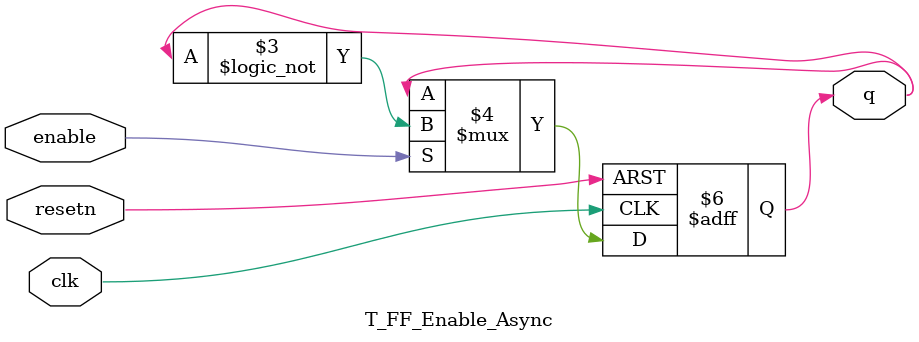
<source format=v>
/*
	Anthony De Caria - November 04, 2014

	This is a T Flip Flop that has an enable and an asynchronous reset.
	
	March 4, 2017 Edit - Removed reference to an input d
*/

module T_FF_Enable_Async(clk, resetn, enable, q);
	
	input clk;
	input resetn;
	input enable;
	output reg q;
	
	always @(posedge clk or negedge resetn)
	begin
		if (!resetn)
		begin
			q <= 1'b0;
		end
		else
		begin
			if (enable)
			begin
				q <= !q;
			end
		end
	end
	
endmodule

</source>
